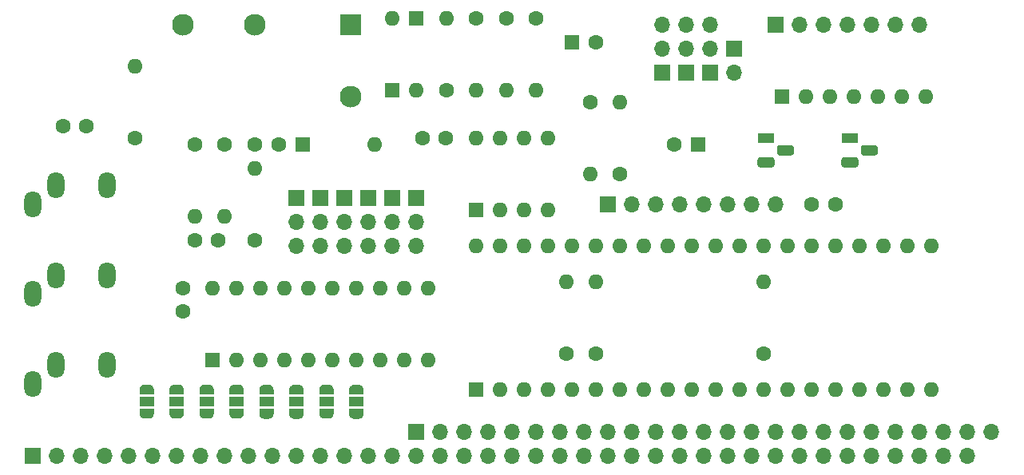
<source format=gbs>
G04 #@! TF.GenerationSoftware,KiCad,Pcbnew,(5.1.12)-1*
G04 #@! TF.CreationDate,2023-01-27T17:10:11+00:00*
G04 #@! TF.ProjectId,CPCIO,43504349-4f2e-46b6-9963-61645f706362,rev?*
G04 #@! TF.SameCoordinates,Original*
G04 #@! TF.FileFunction,Soldermask,Bot*
G04 #@! TF.FilePolarity,Negative*
%FSLAX46Y46*%
G04 Gerber Fmt 4.6, Leading zero omitted, Abs format (unit mm)*
G04 Created by KiCad (PCBNEW (5.1.12)-1) date 2023-01-27 17:10:11*
%MOMM*%
%LPD*%
G01*
G04 APERTURE LIST*
%ADD10C,1.600000*%
%ADD11O,1.700000X1.700000*%
%ADD12R,1.700000X1.700000*%
%ADD13R,1.500000X1.000000*%
%ADD14C,0.100000*%
%ADD15R,1.800000X1.100000*%
%ADD16O,1.600000X1.600000*%
%ADD17R,1.600000X1.600000*%
%ADD18C,2.300000*%
%ADD19R,2.300000X2.300000*%
%ADD20O,1.800000X2.800000*%
G04 APERTURE END LIST*
D10*
X196850000Y-118110000D03*
X199350000Y-118110000D03*
X161250000Y-116840000D03*
X158750000Y-116840000D03*
X175220000Y-128905000D03*
X172720000Y-128905000D03*
X179110000Y-118745000D03*
X181610000Y-118745000D03*
D11*
X249555000Y-106045000D03*
X247015000Y-106045000D03*
X244475000Y-106045000D03*
X241935000Y-106045000D03*
X239395000Y-106045000D03*
X236855000Y-106045000D03*
D12*
X234315000Y-106045000D03*
D13*
X186690000Y-146020000D03*
D14*
G36*
X187439398Y-147320000D02*
G01*
X187439398Y-147344534D01*
X187434588Y-147393365D01*
X187425016Y-147441490D01*
X187410772Y-147488445D01*
X187391995Y-147533778D01*
X187368864Y-147577051D01*
X187341604Y-147617850D01*
X187310476Y-147655779D01*
X187275779Y-147690476D01*
X187237850Y-147721604D01*
X187197051Y-147748864D01*
X187153778Y-147771995D01*
X187108445Y-147790772D01*
X187061490Y-147805016D01*
X187013365Y-147814588D01*
X186964534Y-147819398D01*
X186940000Y-147819398D01*
X186940000Y-147820000D01*
X186440000Y-147820000D01*
X186440000Y-147819398D01*
X186415466Y-147819398D01*
X186366635Y-147814588D01*
X186318510Y-147805016D01*
X186271555Y-147790772D01*
X186226222Y-147771995D01*
X186182949Y-147748864D01*
X186142150Y-147721604D01*
X186104221Y-147690476D01*
X186069524Y-147655779D01*
X186038396Y-147617850D01*
X186011136Y-147577051D01*
X185988005Y-147533778D01*
X185969228Y-147488445D01*
X185954984Y-147441490D01*
X185945412Y-147393365D01*
X185940602Y-147344534D01*
X185940602Y-147320000D01*
X185940000Y-147320000D01*
X185940000Y-146770000D01*
X187440000Y-146770000D01*
X187440000Y-147320000D01*
X187439398Y-147320000D01*
G37*
G36*
X185940000Y-145270000D02*
G01*
X185940000Y-144720000D01*
X185940602Y-144720000D01*
X185940602Y-144695466D01*
X185945412Y-144646635D01*
X185954984Y-144598510D01*
X185969228Y-144551555D01*
X185988005Y-144506222D01*
X186011136Y-144462949D01*
X186038396Y-144422150D01*
X186069524Y-144384221D01*
X186104221Y-144349524D01*
X186142150Y-144318396D01*
X186182949Y-144291136D01*
X186226222Y-144268005D01*
X186271555Y-144249228D01*
X186318510Y-144234984D01*
X186366635Y-144225412D01*
X186415466Y-144220602D01*
X186440000Y-144220602D01*
X186440000Y-144220000D01*
X186940000Y-144220000D01*
X186940000Y-144220602D01*
X186964534Y-144220602D01*
X187013365Y-144225412D01*
X187061490Y-144234984D01*
X187108445Y-144249228D01*
X187153778Y-144268005D01*
X187197051Y-144291136D01*
X187237850Y-144318396D01*
X187275779Y-144349524D01*
X187310476Y-144384221D01*
X187341604Y-144422150D01*
X187368864Y-144462949D01*
X187391995Y-144506222D01*
X187410772Y-144551555D01*
X187425016Y-144598510D01*
X187434588Y-144646635D01*
X187439398Y-144695466D01*
X187439398Y-144720000D01*
X187440000Y-144720000D01*
X187440000Y-145270000D01*
X185940000Y-145270000D01*
G37*
D13*
X189865000Y-146050000D03*
D14*
G36*
X190614398Y-147350000D02*
G01*
X190614398Y-147374534D01*
X190609588Y-147423365D01*
X190600016Y-147471490D01*
X190585772Y-147518445D01*
X190566995Y-147563778D01*
X190543864Y-147607051D01*
X190516604Y-147647850D01*
X190485476Y-147685779D01*
X190450779Y-147720476D01*
X190412850Y-147751604D01*
X190372051Y-147778864D01*
X190328778Y-147801995D01*
X190283445Y-147820772D01*
X190236490Y-147835016D01*
X190188365Y-147844588D01*
X190139534Y-147849398D01*
X190115000Y-147849398D01*
X190115000Y-147850000D01*
X189615000Y-147850000D01*
X189615000Y-147849398D01*
X189590466Y-147849398D01*
X189541635Y-147844588D01*
X189493510Y-147835016D01*
X189446555Y-147820772D01*
X189401222Y-147801995D01*
X189357949Y-147778864D01*
X189317150Y-147751604D01*
X189279221Y-147720476D01*
X189244524Y-147685779D01*
X189213396Y-147647850D01*
X189186136Y-147607051D01*
X189163005Y-147563778D01*
X189144228Y-147518445D01*
X189129984Y-147471490D01*
X189120412Y-147423365D01*
X189115602Y-147374534D01*
X189115602Y-147350000D01*
X189115000Y-147350000D01*
X189115000Y-146800000D01*
X190615000Y-146800000D01*
X190615000Y-147350000D01*
X190614398Y-147350000D01*
G37*
G36*
X189115000Y-145300000D02*
G01*
X189115000Y-144750000D01*
X189115602Y-144750000D01*
X189115602Y-144725466D01*
X189120412Y-144676635D01*
X189129984Y-144628510D01*
X189144228Y-144581555D01*
X189163005Y-144536222D01*
X189186136Y-144492949D01*
X189213396Y-144452150D01*
X189244524Y-144414221D01*
X189279221Y-144379524D01*
X189317150Y-144348396D01*
X189357949Y-144321136D01*
X189401222Y-144298005D01*
X189446555Y-144279228D01*
X189493510Y-144264984D01*
X189541635Y-144255412D01*
X189590466Y-144250602D01*
X189615000Y-144250602D01*
X189615000Y-144250000D01*
X190115000Y-144250000D01*
X190115000Y-144250602D01*
X190139534Y-144250602D01*
X190188365Y-144255412D01*
X190236490Y-144264984D01*
X190283445Y-144279228D01*
X190328778Y-144298005D01*
X190372051Y-144321136D01*
X190412850Y-144348396D01*
X190450779Y-144379524D01*
X190485476Y-144414221D01*
X190516604Y-144452150D01*
X190543864Y-144492949D01*
X190566995Y-144536222D01*
X190585772Y-144581555D01*
X190600016Y-144628510D01*
X190609588Y-144676635D01*
X190614398Y-144725466D01*
X190614398Y-144750000D01*
X190615000Y-144750000D01*
X190615000Y-145300000D01*
X189115000Y-145300000D01*
G37*
D13*
X167640000Y-146020000D03*
D14*
G36*
X168389398Y-147320000D02*
G01*
X168389398Y-147344534D01*
X168384588Y-147393365D01*
X168375016Y-147441490D01*
X168360772Y-147488445D01*
X168341995Y-147533778D01*
X168318864Y-147577051D01*
X168291604Y-147617850D01*
X168260476Y-147655779D01*
X168225779Y-147690476D01*
X168187850Y-147721604D01*
X168147051Y-147748864D01*
X168103778Y-147771995D01*
X168058445Y-147790772D01*
X168011490Y-147805016D01*
X167963365Y-147814588D01*
X167914534Y-147819398D01*
X167890000Y-147819398D01*
X167890000Y-147820000D01*
X167390000Y-147820000D01*
X167390000Y-147819398D01*
X167365466Y-147819398D01*
X167316635Y-147814588D01*
X167268510Y-147805016D01*
X167221555Y-147790772D01*
X167176222Y-147771995D01*
X167132949Y-147748864D01*
X167092150Y-147721604D01*
X167054221Y-147690476D01*
X167019524Y-147655779D01*
X166988396Y-147617850D01*
X166961136Y-147577051D01*
X166938005Y-147533778D01*
X166919228Y-147488445D01*
X166904984Y-147441490D01*
X166895412Y-147393365D01*
X166890602Y-147344534D01*
X166890602Y-147320000D01*
X166890000Y-147320000D01*
X166890000Y-146770000D01*
X168390000Y-146770000D01*
X168390000Y-147320000D01*
X168389398Y-147320000D01*
G37*
G36*
X166890000Y-145270000D02*
G01*
X166890000Y-144720000D01*
X166890602Y-144720000D01*
X166890602Y-144695466D01*
X166895412Y-144646635D01*
X166904984Y-144598510D01*
X166919228Y-144551555D01*
X166938005Y-144506222D01*
X166961136Y-144462949D01*
X166988396Y-144422150D01*
X167019524Y-144384221D01*
X167054221Y-144349524D01*
X167092150Y-144318396D01*
X167132949Y-144291136D01*
X167176222Y-144268005D01*
X167221555Y-144249228D01*
X167268510Y-144234984D01*
X167316635Y-144225412D01*
X167365466Y-144220602D01*
X167390000Y-144220602D01*
X167390000Y-144220000D01*
X167890000Y-144220000D01*
X167890000Y-144220602D01*
X167914534Y-144220602D01*
X167963365Y-144225412D01*
X168011490Y-144234984D01*
X168058445Y-144249228D01*
X168103778Y-144268005D01*
X168147051Y-144291136D01*
X168187850Y-144318396D01*
X168225779Y-144349524D01*
X168260476Y-144384221D01*
X168291604Y-144422150D01*
X168318864Y-144462949D01*
X168341995Y-144506222D01*
X168360772Y-144551555D01*
X168375016Y-144598510D01*
X168384588Y-144646635D01*
X168389398Y-144695466D01*
X168389398Y-144720000D01*
X168390000Y-144720000D01*
X168390000Y-145270000D01*
X166890000Y-145270000D01*
G37*
D13*
X183515000Y-146050000D03*
D14*
G36*
X184264398Y-147350000D02*
G01*
X184264398Y-147374534D01*
X184259588Y-147423365D01*
X184250016Y-147471490D01*
X184235772Y-147518445D01*
X184216995Y-147563778D01*
X184193864Y-147607051D01*
X184166604Y-147647850D01*
X184135476Y-147685779D01*
X184100779Y-147720476D01*
X184062850Y-147751604D01*
X184022051Y-147778864D01*
X183978778Y-147801995D01*
X183933445Y-147820772D01*
X183886490Y-147835016D01*
X183838365Y-147844588D01*
X183789534Y-147849398D01*
X183765000Y-147849398D01*
X183765000Y-147850000D01*
X183265000Y-147850000D01*
X183265000Y-147849398D01*
X183240466Y-147849398D01*
X183191635Y-147844588D01*
X183143510Y-147835016D01*
X183096555Y-147820772D01*
X183051222Y-147801995D01*
X183007949Y-147778864D01*
X182967150Y-147751604D01*
X182929221Y-147720476D01*
X182894524Y-147685779D01*
X182863396Y-147647850D01*
X182836136Y-147607051D01*
X182813005Y-147563778D01*
X182794228Y-147518445D01*
X182779984Y-147471490D01*
X182770412Y-147423365D01*
X182765602Y-147374534D01*
X182765602Y-147350000D01*
X182765000Y-147350000D01*
X182765000Y-146800000D01*
X184265000Y-146800000D01*
X184265000Y-147350000D01*
X184264398Y-147350000D01*
G37*
G36*
X182765000Y-145300000D02*
G01*
X182765000Y-144750000D01*
X182765602Y-144750000D01*
X182765602Y-144725466D01*
X182770412Y-144676635D01*
X182779984Y-144628510D01*
X182794228Y-144581555D01*
X182813005Y-144536222D01*
X182836136Y-144492949D01*
X182863396Y-144452150D01*
X182894524Y-144414221D01*
X182929221Y-144379524D01*
X182967150Y-144348396D01*
X183007949Y-144321136D01*
X183051222Y-144298005D01*
X183096555Y-144279228D01*
X183143510Y-144264984D01*
X183191635Y-144255412D01*
X183240466Y-144250602D01*
X183265000Y-144250602D01*
X183265000Y-144250000D01*
X183765000Y-144250000D01*
X183765000Y-144250602D01*
X183789534Y-144250602D01*
X183838365Y-144255412D01*
X183886490Y-144264984D01*
X183933445Y-144279228D01*
X183978778Y-144298005D01*
X184022051Y-144321136D01*
X184062850Y-144348396D01*
X184100779Y-144379524D01*
X184135476Y-144414221D01*
X184166604Y-144452150D01*
X184193864Y-144492949D01*
X184216995Y-144536222D01*
X184235772Y-144581555D01*
X184250016Y-144628510D01*
X184259588Y-144676635D01*
X184264398Y-144725466D01*
X184264398Y-144750000D01*
X184265000Y-144750000D01*
X184265000Y-145300000D01*
X182765000Y-145300000D01*
G37*
D13*
X170815000Y-146020000D03*
D14*
G36*
X171564398Y-147320000D02*
G01*
X171564398Y-147344534D01*
X171559588Y-147393365D01*
X171550016Y-147441490D01*
X171535772Y-147488445D01*
X171516995Y-147533778D01*
X171493864Y-147577051D01*
X171466604Y-147617850D01*
X171435476Y-147655779D01*
X171400779Y-147690476D01*
X171362850Y-147721604D01*
X171322051Y-147748864D01*
X171278778Y-147771995D01*
X171233445Y-147790772D01*
X171186490Y-147805016D01*
X171138365Y-147814588D01*
X171089534Y-147819398D01*
X171065000Y-147819398D01*
X171065000Y-147820000D01*
X170565000Y-147820000D01*
X170565000Y-147819398D01*
X170540466Y-147819398D01*
X170491635Y-147814588D01*
X170443510Y-147805016D01*
X170396555Y-147790772D01*
X170351222Y-147771995D01*
X170307949Y-147748864D01*
X170267150Y-147721604D01*
X170229221Y-147690476D01*
X170194524Y-147655779D01*
X170163396Y-147617850D01*
X170136136Y-147577051D01*
X170113005Y-147533778D01*
X170094228Y-147488445D01*
X170079984Y-147441490D01*
X170070412Y-147393365D01*
X170065602Y-147344534D01*
X170065602Y-147320000D01*
X170065000Y-147320000D01*
X170065000Y-146770000D01*
X171565000Y-146770000D01*
X171565000Y-147320000D01*
X171564398Y-147320000D01*
G37*
G36*
X170065000Y-145270000D02*
G01*
X170065000Y-144720000D01*
X170065602Y-144720000D01*
X170065602Y-144695466D01*
X170070412Y-144646635D01*
X170079984Y-144598510D01*
X170094228Y-144551555D01*
X170113005Y-144506222D01*
X170136136Y-144462949D01*
X170163396Y-144422150D01*
X170194524Y-144384221D01*
X170229221Y-144349524D01*
X170267150Y-144318396D01*
X170307949Y-144291136D01*
X170351222Y-144268005D01*
X170396555Y-144249228D01*
X170443510Y-144234984D01*
X170491635Y-144225412D01*
X170540466Y-144220602D01*
X170565000Y-144220602D01*
X170565000Y-144220000D01*
X171065000Y-144220000D01*
X171065000Y-144220602D01*
X171089534Y-144220602D01*
X171138365Y-144225412D01*
X171186490Y-144234984D01*
X171233445Y-144249228D01*
X171278778Y-144268005D01*
X171322051Y-144291136D01*
X171362850Y-144318396D01*
X171400779Y-144349524D01*
X171435476Y-144384221D01*
X171466604Y-144422150D01*
X171493864Y-144462949D01*
X171516995Y-144506222D01*
X171535772Y-144551555D01*
X171550016Y-144598510D01*
X171559588Y-144646635D01*
X171564398Y-144695466D01*
X171564398Y-144720000D01*
X171565000Y-144720000D01*
X171565000Y-145270000D01*
X170065000Y-145270000D01*
G37*
D13*
X180340000Y-146050000D03*
D14*
G36*
X181089398Y-147350000D02*
G01*
X181089398Y-147374534D01*
X181084588Y-147423365D01*
X181075016Y-147471490D01*
X181060772Y-147518445D01*
X181041995Y-147563778D01*
X181018864Y-147607051D01*
X180991604Y-147647850D01*
X180960476Y-147685779D01*
X180925779Y-147720476D01*
X180887850Y-147751604D01*
X180847051Y-147778864D01*
X180803778Y-147801995D01*
X180758445Y-147820772D01*
X180711490Y-147835016D01*
X180663365Y-147844588D01*
X180614534Y-147849398D01*
X180590000Y-147849398D01*
X180590000Y-147850000D01*
X180090000Y-147850000D01*
X180090000Y-147849398D01*
X180065466Y-147849398D01*
X180016635Y-147844588D01*
X179968510Y-147835016D01*
X179921555Y-147820772D01*
X179876222Y-147801995D01*
X179832949Y-147778864D01*
X179792150Y-147751604D01*
X179754221Y-147720476D01*
X179719524Y-147685779D01*
X179688396Y-147647850D01*
X179661136Y-147607051D01*
X179638005Y-147563778D01*
X179619228Y-147518445D01*
X179604984Y-147471490D01*
X179595412Y-147423365D01*
X179590602Y-147374534D01*
X179590602Y-147350000D01*
X179590000Y-147350000D01*
X179590000Y-146800000D01*
X181090000Y-146800000D01*
X181090000Y-147350000D01*
X181089398Y-147350000D01*
G37*
G36*
X179590000Y-145300000D02*
G01*
X179590000Y-144750000D01*
X179590602Y-144750000D01*
X179590602Y-144725466D01*
X179595412Y-144676635D01*
X179604984Y-144628510D01*
X179619228Y-144581555D01*
X179638005Y-144536222D01*
X179661136Y-144492949D01*
X179688396Y-144452150D01*
X179719524Y-144414221D01*
X179754221Y-144379524D01*
X179792150Y-144348396D01*
X179832949Y-144321136D01*
X179876222Y-144298005D01*
X179921555Y-144279228D01*
X179968510Y-144264984D01*
X180016635Y-144255412D01*
X180065466Y-144250602D01*
X180090000Y-144250602D01*
X180090000Y-144250000D01*
X180590000Y-144250000D01*
X180590000Y-144250602D01*
X180614534Y-144250602D01*
X180663365Y-144255412D01*
X180711490Y-144264984D01*
X180758445Y-144279228D01*
X180803778Y-144298005D01*
X180847051Y-144321136D01*
X180887850Y-144348396D01*
X180925779Y-144379524D01*
X180960476Y-144414221D01*
X180991604Y-144452150D01*
X181018864Y-144492949D01*
X181041995Y-144536222D01*
X181060772Y-144581555D01*
X181075016Y-144628510D01*
X181084588Y-144676635D01*
X181089398Y-144725466D01*
X181089398Y-144750000D01*
X181090000Y-144750000D01*
X181090000Y-145300000D01*
X179590000Y-145300000D01*
G37*
D13*
X173990000Y-146020000D03*
D14*
G36*
X174739398Y-147320000D02*
G01*
X174739398Y-147344534D01*
X174734588Y-147393365D01*
X174725016Y-147441490D01*
X174710772Y-147488445D01*
X174691995Y-147533778D01*
X174668864Y-147577051D01*
X174641604Y-147617850D01*
X174610476Y-147655779D01*
X174575779Y-147690476D01*
X174537850Y-147721604D01*
X174497051Y-147748864D01*
X174453778Y-147771995D01*
X174408445Y-147790772D01*
X174361490Y-147805016D01*
X174313365Y-147814588D01*
X174264534Y-147819398D01*
X174240000Y-147819398D01*
X174240000Y-147820000D01*
X173740000Y-147820000D01*
X173740000Y-147819398D01*
X173715466Y-147819398D01*
X173666635Y-147814588D01*
X173618510Y-147805016D01*
X173571555Y-147790772D01*
X173526222Y-147771995D01*
X173482949Y-147748864D01*
X173442150Y-147721604D01*
X173404221Y-147690476D01*
X173369524Y-147655779D01*
X173338396Y-147617850D01*
X173311136Y-147577051D01*
X173288005Y-147533778D01*
X173269228Y-147488445D01*
X173254984Y-147441490D01*
X173245412Y-147393365D01*
X173240602Y-147344534D01*
X173240602Y-147320000D01*
X173240000Y-147320000D01*
X173240000Y-146770000D01*
X174740000Y-146770000D01*
X174740000Y-147320000D01*
X174739398Y-147320000D01*
G37*
G36*
X173240000Y-145270000D02*
G01*
X173240000Y-144720000D01*
X173240602Y-144720000D01*
X173240602Y-144695466D01*
X173245412Y-144646635D01*
X173254984Y-144598510D01*
X173269228Y-144551555D01*
X173288005Y-144506222D01*
X173311136Y-144462949D01*
X173338396Y-144422150D01*
X173369524Y-144384221D01*
X173404221Y-144349524D01*
X173442150Y-144318396D01*
X173482949Y-144291136D01*
X173526222Y-144268005D01*
X173571555Y-144249228D01*
X173618510Y-144234984D01*
X173666635Y-144225412D01*
X173715466Y-144220602D01*
X173740000Y-144220602D01*
X173740000Y-144220000D01*
X174240000Y-144220000D01*
X174240000Y-144220602D01*
X174264534Y-144220602D01*
X174313365Y-144225412D01*
X174361490Y-144234984D01*
X174408445Y-144249228D01*
X174453778Y-144268005D01*
X174497051Y-144291136D01*
X174537850Y-144318396D01*
X174575779Y-144349524D01*
X174610476Y-144384221D01*
X174641604Y-144422150D01*
X174668864Y-144462949D01*
X174691995Y-144506222D01*
X174710772Y-144551555D01*
X174725016Y-144598510D01*
X174734588Y-144646635D01*
X174739398Y-144695466D01*
X174739398Y-144720000D01*
X174740000Y-144720000D01*
X174740000Y-145270000D01*
X173240000Y-145270000D01*
G37*
D13*
X177165000Y-146020000D03*
D14*
G36*
X177914398Y-147320000D02*
G01*
X177914398Y-147344534D01*
X177909588Y-147393365D01*
X177900016Y-147441490D01*
X177885772Y-147488445D01*
X177866995Y-147533778D01*
X177843864Y-147577051D01*
X177816604Y-147617850D01*
X177785476Y-147655779D01*
X177750779Y-147690476D01*
X177712850Y-147721604D01*
X177672051Y-147748864D01*
X177628778Y-147771995D01*
X177583445Y-147790772D01*
X177536490Y-147805016D01*
X177488365Y-147814588D01*
X177439534Y-147819398D01*
X177415000Y-147819398D01*
X177415000Y-147820000D01*
X176915000Y-147820000D01*
X176915000Y-147819398D01*
X176890466Y-147819398D01*
X176841635Y-147814588D01*
X176793510Y-147805016D01*
X176746555Y-147790772D01*
X176701222Y-147771995D01*
X176657949Y-147748864D01*
X176617150Y-147721604D01*
X176579221Y-147690476D01*
X176544524Y-147655779D01*
X176513396Y-147617850D01*
X176486136Y-147577051D01*
X176463005Y-147533778D01*
X176444228Y-147488445D01*
X176429984Y-147441490D01*
X176420412Y-147393365D01*
X176415602Y-147344534D01*
X176415602Y-147320000D01*
X176415000Y-147320000D01*
X176415000Y-146770000D01*
X177915000Y-146770000D01*
X177915000Y-147320000D01*
X177914398Y-147320000D01*
G37*
G36*
X176415000Y-145270000D02*
G01*
X176415000Y-144720000D01*
X176415602Y-144720000D01*
X176415602Y-144695466D01*
X176420412Y-144646635D01*
X176429984Y-144598510D01*
X176444228Y-144551555D01*
X176463005Y-144506222D01*
X176486136Y-144462949D01*
X176513396Y-144422150D01*
X176544524Y-144384221D01*
X176579221Y-144349524D01*
X176617150Y-144318396D01*
X176657949Y-144291136D01*
X176701222Y-144268005D01*
X176746555Y-144249228D01*
X176793510Y-144234984D01*
X176841635Y-144225412D01*
X176890466Y-144220602D01*
X176915000Y-144220602D01*
X176915000Y-144220000D01*
X177415000Y-144220000D01*
X177415000Y-144220602D01*
X177439534Y-144220602D01*
X177488365Y-144225412D01*
X177536490Y-144234984D01*
X177583445Y-144249228D01*
X177628778Y-144268005D01*
X177672051Y-144291136D01*
X177712850Y-144318396D01*
X177750779Y-144349524D01*
X177785476Y-144384221D01*
X177816604Y-144422150D01*
X177843864Y-144462949D01*
X177866995Y-144506222D01*
X177885772Y-144551555D01*
X177900016Y-144598510D01*
X177909588Y-144646635D01*
X177914398Y-144695466D01*
X177914398Y-144720000D01*
X177915000Y-144720000D01*
X177915000Y-145270000D01*
X176415000Y-145270000D01*
G37*
D15*
X233280000Y-118110000D03*
G36*
G01*
X232655000Y-120100000D02*
X233905000Y-120100000D01*
G75*
G02*
X234180000Y-120375000I0J-275000D01*
G01*
X234180000Y-120925000D01*
G75*
G02*
X233905000Y-121200000I-275000J0D01*
G01*
X232655000Y-121200000D01*
G75*
G02*
X232380000Y-120925000I0J275000D01*
G01*
X232380000Y-120375000D01*
G75*
G02*
X232655000Y-120100000I275000J0D01*
G01*
G37*
G36*
G01*
X234725000Y-118830000D02*
X235975000Y-118830000D01*
G75*
G02*
X236250000Y-119105000I0J-275000D01*
G01*
X236250000Y-119655000D01*
G75*
G02*
X235975000Y-119930000I-275000J0D01*
G01*
X234725000Y-119930000D01*
G75*
G02*
X234450000Y-119655000I0J275000D01*
G01*
X234450000Y-119105000D01*
G75*
G02*
X234725000Y-118830000I275000J0D01*
G01*
G37*
X242170000Y-118110000D03*
G36*
G01*
X241545000Y-120100000D02*
X242795000Y-120100000D01*
G75*
G02*
X243070000Y-120375000I0J-275000D01*
G01*
X243070000Y-120925000D01*
G75*
G02*
X242795000Y-121200000I-275000J0D01*
G01*
X241545000Y-121200000D01*
G75*
G02*
X241270000Y-120925000I0J275000D01*
G01*
X241270000Y-120375000D01*
G75*
G02*
X241545000Y-120100000I275000J0D01*
G01*
G37*
G36*
G01*
X243615000Y-118830000D02*
X244865000Y-118830000D01*
G75*
G02*
X245140000Y-119105000I0J-275000D01*
G01*
X245140000Y-119655000D01*
G75*
G02*
X244865000Y-119930000I-275000J0D01*
G01*
X243615000Y-119930000D01*
G75*
G02*
X243340000Y-119655000I0J275000D01*
G01*
X243340000Y-119105000D01*
G75*
G02*
X243615000Y-118830000I275000J0D01*
G01*
G37*
D16*
X212090000Y-133350000D03*
D10*
X212090000Y-140970000D03*
D11*
X222250000Y-106045000D03*
X222250000Y-108585000D03*
D12*
X222250000Y-111125000D03*
D11*
X224790000Y-106045000D03*
X224790000Y-108585000D03*
D12*
X224790000Y-111125000D03*
D11*
X227330000Y-106045000D03*
X227330000Y-108585000D03*
D12*
X227330000Y-111125000D03*
D16*
X250190000Y-113665000D03*
X247650000Y-113665000D03*
X245110000Y-113665000D03*
X242570000Y-113665000D03*
X240030000Y-113665000D03*
X237490000Y-113665000D03*
D17*
X234950000Y-113665000D03*
D18*
X189230000Y-113665000D03*
X171450000Y-106045000D03*
X179070000Y-106045000D03*
D19*
X189230000Y-106045000D03*
D16*
X172720000Y-126365000D03*
D10*
X172720000Y-118745000D03*
D16*
X166370000Y-110490000D03*
D10*
X166370000Y-118110000D03*
D16*
X179070000Y-121285000D03*
D10*
X179070000Y-128905000D03*
D16*
X214630000Y-121920000D03*
D10*
X214630000Y-114300000D03*
D16*
X202565000Y-113030000D03*
D10*
X202565000Y-105410000D03*
D16*
X175895000Y-126365000D03*
D10*
X175895000Y-118745000D03*
D16*
X205740000Y-113030000D03*
D10*
X205740000Y-105410000D03*
D16*
X199390000Y-105410000D03*
D10*
X199390000Y-113030000D03*
D16*
X217805000Y-114300000D03*
D10*
X217805000Y-121920000D03*
D16*
X208915000Y-113030000D03*
D10*
X208915000Y-105410000D03*
D20*
X163475000Y-123095000D03*
X157975000Y-123095000D03*
X155575000Y-125095000D03*
X163475000Y-132620000D03*
X157975000Y-132620000D03*
X155575000Y-134620000D03*
X163475000Y-142145000D03*
X157975000Y-142145000D03*
X155575000Y-144145000D03*
D16*
X202565000Y-118110000D03*
X210185000Y-125730000D03*
X205105000Y-118110000D03*
X207645000Y-125730000D03*
X207645000Y-118110000D03*
X205105000Y-125730000D03*
X210185000Y-118110000D03*
D17*
X202565000Y-125730000D03*
D16*
X193675000Y-105410000D03*
D17*
X193675000Y-113030000D03*
D16*
X191770000Y-118745000D03*
D17*
X184150000Y-118745000D03*
D16*
X196215000Y-113030000D03*
D17*
X196215000Y-105410000D03*
D10*
X223560000Y-118745000D03*
D17*
X226060000Y-118745000D03*
D10*
X215225000Y-107950000D03*
D17*
X212725000Y-107950000D03*
D16*
X174625000Y-133985000D03*
X197485000Y-141605000D03*
X177165000Y-133985000D03*
X194945000Y-141605000D03*
X179705000Y-133985000D03*
X192405000Y-141605000D03*
X182245000Y-133985000D03*
X189865000Y-141605000D03*
X184785000Y-133985000D03*
X187325000Y-141605000D03*
X187325000Y-133985000D03*
X184785000Y-141605000D03*
X189865000Y-133985000D03*
X182245000Y-141605000D03*
X192405000Y-133985000D03*
X179705000Y-141605000D03*
X194945000Y-133985000D03*
X177165000Y-141605000D03*
X197485000Y-133985000D03*
D17*
X174625000Y-141605000D03*
D11*
X183515000Y-129540000D03*
X183515000Y-127000000D03*
D12*
X183515000Y-124460000D03*
D11*
X196215000Y-129540000D03*
X196215000Y-127000000D03*
D12*
X196215000Y-124460000D03*
D11*
X186055000Y-129540000D03*
X186055000Y-127000000D03*
D12*
X186055000Y-124460000D03*
D11*
X193675000Y-129540000D03*
X193675000Y-127000000D03*
D12*
X193675000Y-124460000D03*
D11*
X188595000Y-129540000D03*
X188595000Y-127000000D03*
D12*
X188595000Y-124460000D03*
D11*
X191135000Y-129540000D03*
X191135000Y-127000000D03*
D12*
X191135000Y-124460000D03*
D10*
X240625000Y-125095000D03*
X238125000Y-125095000D03*
D11*
X229870000Y-111125000D03*
D12*
X229870000Y-108585000D03*
D11*
X234315000Y-125095000D03*
X231775000Y-125095000D03*
X229235000Y-125095000D03*
X226695000Y-125095000D03*
X224155000Y-125095000D03*
X221615000Y-125095000D03*
X219075000Y-125095000D03*
D12*
X216535000Y-125095000D03*
D16*
X215265000Y-133350000D03*
D10*
X215265000Y-140970000D03*
D16*
X233045000Y-133350000D03*
D10*
X233045000Y-140970000D03*
D11*
X257175000Y-149225000D03*
X254635000Y-149225000D03*
X252095000Y-149225000D03*
X249555000Y-149225000D03*
X247015000Y-149225000D03*
X244475000Y-149225000D03*
X241935000Y-149225000D03*
X239395000Y-149225000D03*
X236855000Y-149225000D03*
X234315000Y-149225000D03*
X231775000Y-149225000D03*
X229235000Y-149225000D03*
X226695000Y-149225000D03*
X224155000Y-149225000D03*
X221615000Y-149225000D03*
X219075000Y-149225000D03*
X216535000Y-149225000D03*
X213995000Y-149225000D03*
X211455000Y-149225000D03*
X208915000Y-149225000D03*
X206375000Y-149225000D03*
X203835000Y-149225000D03*
X201295000Y-149225000D03*
X198755000Y-149225000D03*
D12*
X196215000Y-149225000D03*
D11*
X254635000Y-151765000D03*
X252095000Y-151765000D03*
X249555000Y-151765000D03*
X247015000Y-151765000D03*
X244475000Y-151765000D03*
X241935000Y-151765000D03*
X239395000Y-151765000D03*
X236855000Y-151765000D03*
X234315000Y-151765000D03*
X231775000Y-151765000D03*
X229235000Y-151765000D03*
X226695000Y-151765000D03*
X224155000Y-151765000D03*
X221615000Y-151765000D03*
X219075000Y-151765000D03*
X216535000Y-151765000D03*
X213995000Y-151765000D03*
X211455000Y-151765000D03*
X208915000Y-151765000D03*
X206375000Y-151765000D03*
X203835000Y-151765000D03*
X201295000Y-151765000D03*
X198755000Y-151765000D03*
X196215000Y-151765000D03*
X193675000Y-151765000D03*
X191135000Y-151765000D03*
X188595000Y-151765000D03*
X186055000Y-151765000D03*
X183515000Y-151765000D03*
X180975000Y-151765000D03*
X178435000Y-151765000D03*
X175895000Y-151765000D03*
X173355000Y-151765000D03*
X170815000Y-151765000D03*
X168275000Y-151765000D03*
X165735000Y-151765000D03*
X163195000Y-151765000D03*
X160655000Y-151765000D03*
X158115000Y-151765000D03*
D12*
X155575000Y-151765000D03*
D16*
X202565000Y-129540000D03*
X250825000Y-144780000D03*
X205105000Y-129540000D03*
X248285000Y-144780000D03*
X207645000Y-129540000D03*
X245745000Y-144780000D03*
X210185000Y-129540000D03*
X243205000Y-144780000D03*
X212725000Y-129540000D03*
X240665000Y-144780000D03*
X215265000Y-129540000D03*
X238125000Y-144780000D03*
X217805000Y-129540000D03*
X235585000Y-144780000D03*
X220345000Y-129540000D03*
X233045000Y-144780000D03*
X222885000Y-129540000D03*
X230505000Y-144780000D03*
X225425000Y-129540000D03*
X227965000Y-144780000D03*
X227965000Y-129540000D03*
X225425000Y-144780000D03*
X230505000Y-129540000D03*
X222885000Y-144780000D03*
X233045000Y-129540000D03*
X220345000Y-144780000D03*
X235585000Y-129540000D03*
X217805000Y-144780000D03*
X238125000Y-129540000D03*
X215265000Y-144780000D03*
X240665000Y-129540000D03*
X212725000Y-144780000D03*
X243205000Y-129540000D03*
X210185000Y-144780000D03*
X245745000Y-129540000D03*
X207645000Y-144780000D03*
X248285000Y-129540000D03*
X205105000Y-144780000D03*
X250825000Y-129540000D03*
D17*
X202565000Y-144780000D03*
D10*
X171450000Y-136485000D03*
X171450000Y-133985000D03*
M02*

</source>
